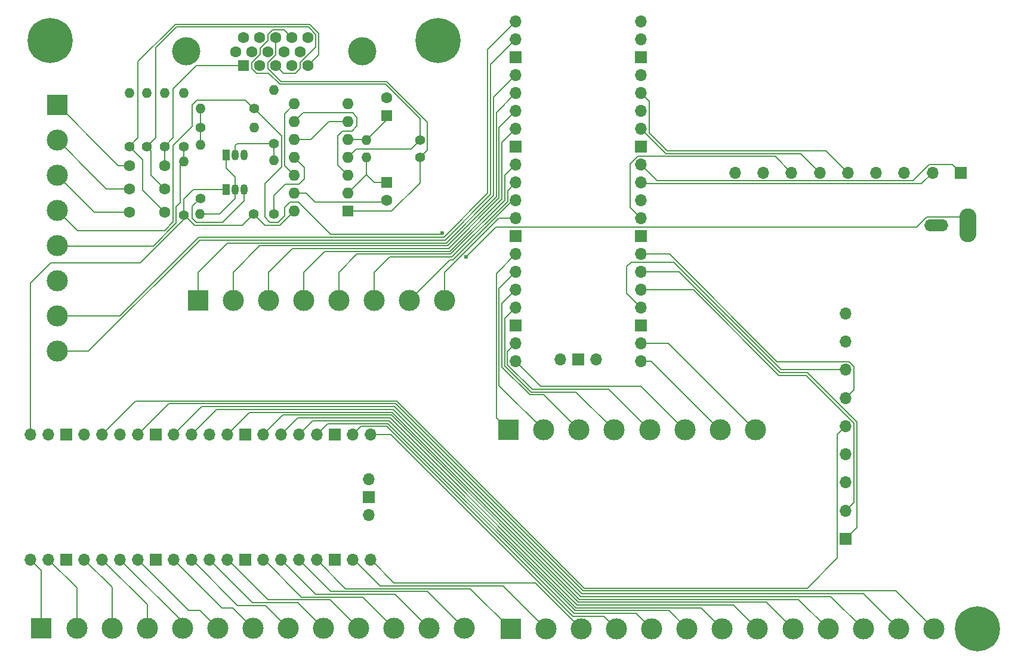
<source format=gbr>
%TF.GenerationSoftware,KiCad,Pcbnew,8.0.1*%
%TF.CreationDate,2024-06-23T19:42:57+10:00*%
%TF.ProjectId,arcade,61726361-6465-42e6-9b69-6361645f7063,rev?*%
%TF.SameCoordinates,Original*%
%TF.FileFunction,Copper,L2,Bot*%
%TF.FilePolarity,Positive*%
%FSLAX46Y46*%
G04 Gerber Fmt 4.6, Leading zero omitted, Abs format (unit mm)*
G04 Created by KiCad (PCBNEW 8.0.1) date 2024-06-23 19:42:57*
%MOMM*%
%LPD*%
G01*
G04 APERTURE LIST*
%TA.AperFunction,ComponentPad*%
%ADD10R,1.600000X1.600000*%
%TD*%
%TA.AperFunction,ComponentPad*%
%ADD11C,1.600000*%
%TD*%
%TA.AperFunction,ComponentPad*%
%ADD12C,1.400000*%
%TD*%
%TA.AperFunction,ComponentPad*%
%ADD13O,1.400000X1.400000*%
%TD*%
%TA.AperFunction,ComponentPad*%
%ADD14O,2.400000X4.800000*%
%TD*%
%TA.AperFunction,ComponentPad*%
%ADD15O,3.400000X1.700000*%
%TD*%
%TA.AperFunction,ComponentPad*%
%ADD16R,3.000000X3.000000*%
%TD*%
%TA.AperFunction,ComponentPad*%
%ADD17C,3.000000*%
%TD*%
%TA.AperFunction,ComponentPad*%
%ADD18R,1.700000X1.700000*%
%TD*%
%TA.AperFunction,ComponentPad*%
%ADD19O,1.700000X1.700000*%
%TD*%
%TA.AperFunction,ComponentPad*%
%ADD20R,1.050000X1.500000*%
%TD*%
%TA.AperFunction,ComponentPad*%
%ADD21O,1.050000X1.500000*%
%TD*%
%TA.AperFunction,ComponentPad*%
%ADD22C,6.400000*%
%TD*%
%TA.AperFunction,ComponentPad*%
%ADD23C,4.000000*%
%TD*%
%TA.AperFunction,ComponentPad*%
%ADD24O,1.600000X1.600000*%
%TD*%
%TA.AperFunction,ViaPad*%
%ADD25C,0.600000*%
%TD*%
%TA.AperFunction,Conductor*%
%ADD26C,0.200000*%
%TD*%
G04 APERTURE END LIST*
D10*
%TO.P,C2,1*%
%TO.N,Net-(C2-Pad1)*%
X127040001Y-60075000D03*
D11*
%TO.P,C2,2*%
%TO.N,GND*%
X127040001Y-57575000D03*
%TD*%
D12*
%TO.P,R3,1*%
%TO.N,Net-(R3-Pad1)*%
X111040001Y-74095000D03*
D13*
%TO.P,R3,2*%
%TO.N,Net-(Q1-B)*%
X111040001Y-66475000D03*
%TD*%
D11*
%TO.P,C3,1*%
%TO.N,/Video Processing/IN R*%
X95550000Y-67200000D03*
%TO.P,C3,2*%
%TO.N,/Video Processing/RIN2*%
X90550000Y-67200000D03*
%TD*%
D12*
%TO.P,R10,1*%
%TO.N,/Video Processing/IN G*%
X93050000Y-64500000D03*
D13*
%TO.P,R10,2*%
%TO.N,GND*%
X93050000Y-56880000D03*
%TD*%
D14*
%TO.P,J9,1,In*%
%TO.N,/Video Processing/AV1-1*%
X209520000Y-75681000D03*
D15*
%TO.P,J9,2,Ext*%
%TO.N,GND*%
X205020000Y-75681000D03*
%TD*%
D12*
%TO.P,R5,1*%
%TO.N,+5V*%
X108160001Y-74075000D03*
D13*
%TO.P,R5,2*%
%TO.N,Net-(Q1-C)*%
X100540001Y-74075000D03*
%TD*%
D12*
%TO.P,R4,1*%
%TO.N,Net-(Q1-B)*%
X111040001Y-64095000D03*
D13*
%TO.P,R4,2*%
%TO.N,GND*%
X111040001Y-56475000D03*
%TD*%
D16*
%TO.P,J6,1,Pin_1*%
%TO.N,/IO/GPIO34*%
X144350000Y-104750000D03*
D17*
%TO.P,J6,2,Pin_2*%
%TO.N,/IO/GPIO35*%
X149350000Y-104750000D03*
%TO.P,J6,3,Pin_3*%
%TO.N,/IO/GPIO36*%
X154350000Y-104750000D03*
%TO.P,J6,4,Pin_4*%
%TO.N,/IO/GPIO37*%
X159350000Y-104750000D03*
%TO.P,J6,5,Pin_5*%
%TO.N,/IO/GPIO38*%
X164350000Y-104750000D03*
%TO.P,J6,6,Pin_6*%
%TO.N,/IO/GPIO39*%
X169350000Y-104750000D03*
%TO.P,J6,7,Pin_7*%
%TO.N,/IO/GPIO40*%
X174350000Y-104750000D03*
%TO.P,J6,8,Pin_8*%
%TO.N,/IO/GPIO41*%
X179350000Y-104750000D03*
%TD*%
D18*
%TO.P,J7,1,Pin_1*%
%TO.N,/IO/PS_DAT_1*%
X192170000Y-120225000D03*
D19*
%TO.P,J7,2,Pin_2*%
%TO.N,/IO/PS_CMD_1*%
X192170000Y-116225000D03*
%TO.P,J7,3,Pin_3*%
%TO.N,unconnected-(J7-Pin_3-Pad3)*%
X192170000Y-112225000D03*
%TO.P,J7,4,Pin_4*%
%TO.N,GND*%
X192170000Y-108225000D03*
%TO.P,J7,5,Pin_5*%
%TO.N,+3.3VP*%
X192170000Y-104225000D03*
%TO.P,J7,6,Pin_6*%
%TO.N,/IO/~{PS_ATT_1}*%
X192170000Y-100225000D03*
%TO.P,J7,7,Pin_7*%
%TO.N,/IO/PS_CLK_1*%
X192170000Y-96225000D03*
%TO.P,J7,8,Pin_8*%
%TO.N,unconnected-(J7-Pin_8-Pad8)*%
X192170000Y-92225000D03*
%TO.P,J7,9,Pin_9*%
%TO.N,/IO/PS_ACK_1*%
X192170000Y-88225000D03*
%TD*%
D12*
%TO.P,R2,1*%
%TO.N,Net-(J1-Pin_14)*%
X131790001Y-63575000D03*
D13*
%TO.P,R2,2*%
%TO.N,Net-(C2-Pad1)*%
X124170001Y-63575000D03*
%TD*%
D16*
%TO.P,J4,1,Pin_1*%
%TO.N,/IO/GPIO13*%
X144670000Y-133025000D03*
D17*
%TO.P,J4,2,Pin_2*%
%TO.N,/IO/GPIO14*%
X149670000Y-133025000D03*
%TO.P,J4,3,Pin_3*%
%TO.N,/IO/GPIO15*%
X154670000Y-133025000D03*
%TO.P,J4,4,Pin_4*%
%TO.N,/IO/GPIO16*%
X159670000Y-133025000D03*
%TO.P,J4,5,Pin_5*%
%TO.N,/IO/GPIO17*%
X164670001Y-133025000D03*
%TO.P,J4,6,Pin_6*%
%TO.N,/IO/GPIO18*%
X169670001Y-133025000D03*
%TO.P,J4,7,Pin_7*%
%TO.N,/IO/GPIO19*%
X174669999Y-133025000D03*
%TO.P,J4,8,Pin_8*%
%TO.N,/IO/GPIO20*%
X179670000Y-133025000D03*
%TO.P,J4,9,Pin_9*%
%TO.N,/IO/GPIO21*%
X184670000Y-133025000D03*
%TO.P,J4,10,Pin_10*%
%TO.N,/IO/GPIO22*%
X189670000Y-133025000D03*
%TO.P,J4,11,Pin_11*%
%TO.N,/IO/GPIO23*%
X194670000Y-133025000D03*
%TO.P,J4,12,Pin_12*%
%TO.N,/IO/GPIO24*%
X199670000Y-133025000D03*
%TO.P,J4,13,Pin_13*%
%TO.N,/IO/GPIO25*%
X204670000Y-133025000D03*
%TD*%
D16*
%TO.P,J2,1,Pin_1*%
%TO.N,/Video Processing/RIN2*%
X80350000Y-58600000D03*
D17*
%TO.P,J2,2,Pin_2*%
%TO.N,/Video Processing/GIN2*%
X80350000Y-63600000D03*
%TO.P,J2,3,Pin_3*%
%TO.N,/Video Processing/BIN2*%
X80350000Y-68600000D03*
%TO.P,J2,4,Pin_4*%
%TO.N,/Video Processing/AV1-1*%
X80350000Y-73600000D03*
%TO.P,J2,5,Pin_5*%
%TO.N,/Video Processing/FBLIN2*%
X80350000Y-78600001D03*
%TO.P,J2,6,Pin_6*%
%TO.N,GND*%
X80350000Y-83600001D03*
%TO.P,J2,7,Pin_7*%
%TO.N,/IO/SDA*%
X80350000Y-88599999D03*
%TO.P,J2,8,Pin_8*%
%TO.N,/IO/SCL*%
X80350000Y-93600000D03*
%TD*%
D12*
%TO.P,R9,1*%
%TO.N,/Video Processing/IN R*%
X95550000Y-64500000D03*
D13*
%TO.P,R9,2*%
%TO.N,GND*%
X95550000Y-56880000D03*
%TD*%
D12*
%TO.P,R11,1*%
%TO.N,/Video Processing/IN B*%
X90550000Y-64500000D03*
D13*
%TO.P,R11,2*%
%TO.N,GND*%
X90550000Y-56880000D03*
%TD*%
D12*
%TO.P,R7,1*%
%TO.N,Net-(R6-Pad2)*%
X100600000Y-61845000D03*
D13*
%TO.P,R7,2*%
%TO.N,GND*%
X108220000Y-61845000D03*
%TD*%
D19*
%TO.P,U2,1,GPIO0*%
%TO.N,/IO/GPIO0*%
X76500000Y-123200000D03*
%TO.P,U2,2,GPIO1*%
%TO.N,/IO/GPIO1*%
X79040000Y-123200000D03*
D18*
%TO.P,U2,3,GND*%
%TO.N,GND*%
X81580000Y-123200000D03*
D19*
%TO.P,U2,4,GPIO2*%
%TO.N,/IO/GPIO2*%
X84120000Y-123200000D03*
%TO.P,U2,5,GPIO3*%
%TO.N,/IO/GPIO3*%
X86660000Y-123200000D03*
%TO.P,U2,6,GPIO4*%
%TO.N,/IO/GPIO4*%
X89200000Y-123200000D03*
%TO.P,U2,7,GPIO5*%
%TO.N,/IO/GPIO5*%
X91740000Y-123200000D03*
D18*
%TO.P,U2,8,GND*%
%TO.N,GND*%
X94280000Y-123200000D03*
D19*
%TO.P,U2,9,GPIO6*%
%TO.N,/IO/GPIO6*%
X96820000Y-123200000D03*
%TO.P,U2,10,GPIO7*%
%TO.N,/IO/GPIO7*%
X99360000Y-123200000D03*
%TO.P,U2,11,GPIO8*%
%TO.N,/IO/GPIO8*%
X101900000Y-123200000D03*
%TO.P,U2,12,GPIO9*%
%TO.N,/IO/GPIO9*%
X104440000Y-123200000D03*
D18*
%TO.P,U2,13,GND*%
%TO.N,GND*%
X106980000Y-123200000D03*
D19*
%TO.P,U2,14,GPIO10*%
%TO.N,/IO/GPIO10*%
X109520000Y-123200000D03*
%TO.P,U2,15,GPIO11*%
%TO.N,/IO/GPIO11*%
X112060000Y-123200000D03*
%TO.P,U2,16,GPIO12*%
%TO.N,/IO/GPIO12*%
X114600000Y-123200000D03*
%TO.P,U2,17,GPIO13*%
%TO.N,/IO/GPIO13*%
X117140000Y-123200000D03*
D18*
%TO.P,U2,18,GND*%
%TO.N,GND*%
X119680000Y-123200000D03*
D19*
%TO.P,U2,19,GPIO14*%
%TO.N,/IO/GPIO14*%
X122220000Y-123200000D03*
%TO.P,U2,20,GPIO15*%
%TO.N,/IO/GPIO15*%
X124760000Y-123200000D03*
%TO.P,U2,21,GPIO16*%
%TO.N,/IO/GPIO16*%
X124760000Y-105420000D03*
%TO.P,U2,22,GPIO17*%
%TO.N,/IO/GPIO17*%
X122220000Y-105420000D03*
D18*
%TO.P,U2,23,GND*%
%TO.N,GND*%
X119680000Y-105420000D03*
D19*
%TO.P,U2,24,GPIO18*%
%TO.N,/IO/GPIO18*%
X117140000Y-105420000D03*
%TO.P,U2,25,GPIO19*%
%TO.N,/IO/GPIO19*%
X114600000Y-105420000D03*
%TO.P,U2,26,GPIO20*%
%TO.N,/IO/GPIO20*%
X112060000Y-105420000D03*
%TO.P,U2,27,GPIO21*%
%TO.N,/IO/GPIO21*%
X109520000Y-105420000D03*
D18*
%TO.P,U2,28,GND*%
%TO.N,GND*%
X106980000Y-105420000D03*
D19*
%TO.P,U2,29,GPIO22*%
%TO.N,/IO/GPIO22*%
X104440000Y-105420000D03*
%TO.P,U2,30,RUN*%
%TO.N,unconnected-(U2-RUN-Pad30)*%
X101900000Y-105420000D03*
%TO.P,U2,31,GPIO26_ADC0*%
%TO.N,/IO/GPIO23*%
X99360000Y-105420000D03*
%TO.P,U2,32,GPIO27_ADC1*%
%TO.N,/IO/GPIO24*%
X96820000Y-105420000D03*
D18*
%TO.P,U2,33,AGND*%
%TO.N,GND*%
X94280000Y-105420000D03*
D19*
%TO.P,U2,34,GPIO28_ADC2*%
%TO.N,/IO/GPIO25*%
X91740000Y-105420000D03*
%TO.P,U2,35,ADC_VREF*%
%TO.N,unconnected-(U2-ADC_VREF-Pad35)*%
X89200000Y-105420000D03*
%TO.P,U2,36,3V3*%
%TO.N,+3.3VP*%
X86660000Y-105420000D03*
%TO.P,U2,37,3V3_EN*%
%TO.N,unconnected-(U2-3V3_EN-Pad37)*%
X84120000Y-105420000D03*
D18*
%TO.P,U2,38,GND*%
%TO.N,GND*%
X81580000Y-105420000D03*
D19*
%TO.P,U2,39,VSYS*%
%TO.N,unconnected-(U2-VSYS-Pad39)*%
X79040000Y-105420000D03*
%TO.P,U2,40,VBUS*%
%TO.N,+5V*%
X76500000Y-105420000D03*
%TO.P,U2,41,SWCLK*%
%TO.N,unconnected-(U2-SWCLK-Pad41)*%
X124530000Y-116850000D03*
D18*
%TO.P,U2,42,GND*%
%TO.N,GND*%
X124530000Y-114310000D03*
D19*
%TO.P,U2,43,SWDIO*%
%TO.N,unconnected-(U2-SWDIO-Pad43)*%
X124530000Y-111770000D03*
%TD*%
D11*
%TO.P,C5,1*%
%TO.N,/Video Processing/IN G*%
X95550000Y-70500000D03*
%TO.P,C5,2*%
%TO.N,/Video Processing/GIN2*%
X90550000Y-70500000D03*
%TD*%
D20*
%TO.P,Q2,1,C*%
%TO.N,+5V*%
X104310000Y-70600000D03*
D21*
%TO.P,Q2,2,B*%
%TO.N,Net-(Q1-C)*%
X105580000Y-70600000D03*
%TO.P,Q2,3,E*%
%TO.N,Net-(Q2-E)*%
X106850000Y-70600000D03*
%TD*%
D22*
%TO.P,H2,1,1*%
%TO.N,GND*%
X210870000Y-132975000D03*
%TD*%
D12*
%TO.P,R1,1*%
%TO.N,Net-(J1-Pin_13)*%
X131790001Y-66075000D03*
D13*
%TO.P,R1,2*%
%TO.N,Net-(C1-Pad1)*%
X124170001Y-66075000D03*
%TD*%
D12*
%TO.P,R6,1*%
%TO.N,Net-(Q2-E)*%
X100600000Y-71845000D03*
D13*
%TO.P,R6,2*%
%TO.N,Net-(R6-Pad2)*%
X100600000Y-64225000D03*
%TD*%
D22*
%TO.P,H1,1,1*%
%TO.N,GND*%
X79270000Y-49475000D03*
%TD*%
D12*
%TO.P,R13,1*%
%TO.N,/Video Processing/FBLIN2*%
X98250000Y-64500000D03*
D13*
%TO.P,R13,2*%
%TO.N,GND*%
X98250000Y-56880000D03*
%TD*%
D18*
%TO.P,J8,1,Pin_1*%
%TO.N,/IO/PS_DAT_2*%
X208495000Y-68207500D03*
D19*
%TO.P,J8,2,Pin_2*%
%TO.N,/IO/PS_CMD_2*%
X204495000Y-68207500D03*
%TO.P,J8,3,Pin_3*%
%TO.N,unconnected-(J8-Pin_3-Pad3)*%
X200495000Y-68207500D03*
%TO.P,J8,4,Pin_4*%
%TO.N,GND*%
X196495000Y-68207500D03*
%TO.P,J8,5,Pin_5*%
%TO.N,+3.3V*%
X192495000Y-68207500D03*
%TO.P,J8,6,Pin_6*%
%TO.N,/IO/~{PS_ATT_2}*%
X188495000Y-68207500D03*
%TO.P,J8,7,Pin_7*%
%TO.N,/IO/PS_CLK_2*%
X184495000Y-68207500D03*
%TO.P,J8,8,Pin_8*%
%TO.N,unconnected-(J8-Pin_8-Pad8)*%
X180495000Y-68207500D03*
%TO.P,J8,9,Pin_9*%
%TO.N,/IO/PS_ACK_2*%
X176495000Y-68207500D03*
%TD*%
D23*
%TO.P,J1,0*%
%TO.N,N/C*%
X123565000Y-50950001D03*
X98565000Y-50950000D03*
D10*
%TO.P,J1,1,Pin_1*%
%TO.N,/Video Processing/IN R*%
X106750000Y-53000000D03*
D11*
%TO.P,J1,2,Pin_2*%
%TO.N,unconnected-(J1-Pin_2-Pad2)*%
X109040001Y-53000000D03*
%TO.P,J1,3,Pin_3*%
%TO.N,/Video Processing/IN G*%
X111330000Y-53000000D03*
%TO.P,J1,4,Pin_4*%
%TO.N,unconnected-(J1-Pin_4-Pad4)*%
X113620001Y-53000000D03*
%TO.P,J1,5,Pin_5*%
%TO.N,/Video Processing/IN B*%
X115910000Y-53000000D03*
%TO.P,J1,6,Pin_6*%
%TO.N,unconnected-(J1-Pin_6-Pad6)*%
X105605000Y-51020000D03*
%TO.P,J1,7,Pin_7*%
%TO.N,unconnected-(J1-Pin_7-Pad7)*%
X107895000Y-51020000D03*
%TO.P,J1,8,Pin_8*%
%TO.N,unconnected-(J1-Pin_8-Pad8)*%
X110185000Y-51020000D03*
%TO.P,J1,9,Pin_9*%
%TO.N,unconnected-(J1-Pin_9-Pad9)*%
X112475000Y-51020000D03*
%TO.P,J1,10,Pin_10*%
%TO.N,GND*%
X114765000Y-51020000D03*
%TO.P,J1,11,Pin_11*%
%TO.N,unconnected-(J1-Pin_11-Pad11)*%
X106750000Y-49040000D03*
%TO.P,J1,12,Pin_12*%
%TO.N,unconnected-(J1-Pin_12-Pad12)*%
X109040000Y-49040000D03*
%TO.P,J1,13,Pin_13*%
%TO.N,Net-(J1-Pin_13)*%
X111330000Y-49040000D03*
%TO.P,J1,14,Pin_14*%
%TO.N,Net-(J1-Pin_14)*%
X113620000Y-49040000D03*
%TO.P,J1,15,Pin_15*%
%TO.N,unconnected-(J1-Pin_15-Pad15)*%
X115910000Y-49040000D03*
%TD*%
D19*
%TO.P,U3,1,GPIO0*%
%TO.N,/IO/SDA*%
X145350000Y-46750000D03*
%TO.P,U3,2,GPIO1*%
%TO.N,/IO/SCL*%
X145350000Y-49290000D03*
D18*
%TO.P,U3,3,GND*%
%TO.N,GND*%
X145350000Y-51830000D03*
D19*
%TO.P,U3,4,GPIO2*%
%TO.N,/IO/GPIO26*%
X145350000Y-54370000D03*
%TO.P,U3,5,GPIO3*%
%TO.N,/IO/GPIO27*%
X145350000Y-56910000D03*
%TO.P,U3,6,GPIO4*%
%TO.N,/IO/GPIO28*%
X145350000Y-59450000D03*
%TO.P,U3,7,GPIO5*%
%TO.N,/IO/GPIO29*%
X145350000Y-61990000D03*
D18*
%TO.P,U3,8,GND*%
%TO.N,GND*%
X145350000Y-64530000D03*
D19*
%TO.P,U3,9,GPIO6*%
%TO.N,/IO/GPIO30*%
X145350000Y-67070000D03*
%TO.P,U3,10,GPIO7*%
%TO.N,/IO/GPIO31*%
X145350000Y-69610000D03*
%TO.P,U3,11,GPIO8*%
%TO.N,/IO/GPIO32*%
X145350000Y-72150000D03*
%TO.P,U3,12,GPIO9*%
%TO.N,/IO/GPIO33*%
X145350000Y-74690000D03*
D18*
%TO.P,U3,13,GND*%
%TO.N,GND*%
X145350000Y-77230000D03*
D19*
%TO.P,U3,14,GPIO10*%
%TO.N,/IO/GPIO34*%
X145350000Y-79770000D03*
%TO.P,U3,15,GPIO11*%
%TO.N,/IO/GPIO35*%
X145350000Y-82310000D03*
%TO.P,U3,16,GPIO12*%
%TO.N,/IO/GPIO36*%
X145350000Y-84850000D03*
%TO.P,U3,17,GPIO13*%
%TO.N,/IO/GPIO37*%
X145350000Y-87390000D03*
D18*
%TO.P,U3,18,GND*%
%TO.N,GND*%
X145350000Y-89930000D03*
D19*
%TO.P,U3,19,GPIO14*%
%TO.N,/IO/GPIO38*%
X145350000Y-92470000D03*
%TO.P,U3,20,GPIO15*%
%TO.N,/IO/GPIO39*%
X145350000Y-95010000D03*
%TO.P,U3,21,GPIO16*%
%TO.N,/IO/GPIO40*%
X163130000Y-95010000D03*
%TO.P,U3,22,GPIO17*%
%TO.N,/IO/GPIO41*%
X163130000Y-92470000D03*
D18*
%TO.P,U3,23,GND*%
%TO.N,GND*%
X163130000Y-89930000D03*
D19*
%TO.P,U3,24,GPIO18*%
%TO.N,/IO/PS_CLK_1*%
X163130000Y-87390000D03*
%TO.P,U3,25,GPIO19*%
%TO.N,/IO/PS_CMD_1*%
X163130000Y-84850000D03*
%TO.P,U3,26,GPIO20*%
%TO.N,/IO/PS_DAT_1*%
X163130000Y-82310000D03*
%TO.P,U3,27,GPIO21*%
%TO.N,/IO/~{PS_ATT_1}*%
X163130000Y-79770000D03*
D18*
%TO.P,U3,28,GND*%
%TO.N,GND*%
X163130000Y-77230000D03*
D19*
%TO.P,U3,29,GPIO22*%
%TO.N,/IO/PS_CLK_2*%
X163130000Y-74690000D03*
%TO.P,U3,30,RUN*%
%TO.N,unconnected-(U3-RUN-Pad30)*%
X163130000Y-72150000D03*
%TO.P,U3,31,GPIO26_ADC0*%
%TO.N,/IO/PS_CMD_2*%
X163130000Y-69610000D03*
%TO.P,U3,32,GPIO27_ADC1*%
%TO.N,/IO/PS_DAT_2*%
X163130000Y-67070000D03*
D18*
%TO.P,U3,33,AGND*%
%TO.N,unconnected-(U3-AGND-Pad33)*%
X163130000Y-64530000D03*
D19*
%TO.P,U3,34,GPIO28_ADC2*%
%TO.N,/IO/~{PS_ATT_2}*%
X163130000Y-61990000D03*
%TO.P,U3,35,ADC_VREF*%
%TO.N,unconnected-(U3-ADC_VREF-Pad35)*%
X163130000Y-59450000D03*
%TO.P,U3,36,3V3*%
%TO.N,+3.3V*%
X163130000Y-56910000D03*
%TO.P,U3,37,3V3_EN*%
%TO.N,unconnected-(U3-3V3_EN-Pad37)*%
X163130000Y-54370000D03*
D18*
%TO.P,U3,38,GND*%
%TO.N,GND*%
X163130000Y-51830000D03*
D19*
%TO.P,U3,39,VSYS*%
%TO.N,unconnected-(U3-VSYS-Pad39)*%
X163130000Y-49290000D03*
%TO.P,U3,40,VBUS*%
%TO.N,+5V*%
X163130000Y-46750000D03*
%TO.P,U3,41,SWCLK*%
%TO.N,unconnected-(U3-SWCLK-Pad41)*%
X151700000Y-94780000D03*
D18*
%TO.P,U3,42,GND*%
%TO.N,GND*%
X154240000Y-94780000D03*
D19*
%TO.P,U3,43,SWDIO*%
%TO.N,unconnected-(U3-SWDIO-Pad43)*%
X156780000Y-94780000D03*
%TD*%
D20*
%TO.P,Q1,1,C*%
%TO.N,Net-(Q1-C)*%
X104310000Y-65745000D03*
D21*
%TO.P,Q1,2,B*%
%TO.N,Net-(Q1-B)*%
X105580001Y-65745000D03*
%TO.P,Q1,3,E*%
%TO.N,GND*%
X106850000Y-65745000D03*
%TD*%
D12*
%TO.P,R8,1*%
%TO.N,/Video Processing/AV1-1*%
X108220000Y-59095000D03*
D13*
%TO.P,R8,2*%
%TO.N,Net-(R6-Pad2)*%
X100600000Y-59095000D03*
%TD*%
D16*
%TO.P,J3,1,Pin_1*%
%TO.N,/IO/GPIO0*%
X78069999Y-132925000D03*
D17*
%TO.P,J3,2,Pin_2*%
%TO.N,/IO/GPIO1*%
X83069999Y-132925000D03*
%TO.P,J3,3,Pin_3*%
%TO.N,/IO/GPIO2*%
X88069999Y-132925000D03*
%TO.P,J3,4,Pin_4*%
%TO.N,/IO/GPIO3*%
X93069999Y-132925000D03*
%TO.P,J3,5,Pin_5*%
%TO.N,/IO/GPIO4*%
X98070000Y-132925000D03*
%TO.P,J3,6,Pin_6*%
%TO.N,/IO/GPIO5*%
X103070000Y-132925000D03*
%TO.P,J3,7,Pin_7*%
%TO.N,/IO/GPIO6*%
X108069998Y-132925000D03*
%TO.P,J3,8,Pin_8*%
%TO.N,/IO/GPIO7*%
X113069999Y-132925000D03*
%TO.P,J3,9,Pin_9*%
%TO.N,/IO/GPIO8*%
X118069999Y-132925000D03*
%TO.P,J3,10,Pin_10*%
%TO.N,/IO/GPIO9*%
X123069999Y-132925000D03*
%TO.P,J3,11,Pin_11*%
%TO.N,/IO/GPIO10*%
X128069999Y-132925000D03*
%TO.P,J3,12,Pin_12*%
%TO.N,/IO/GPIO11*%
X133069999Y-132925000D03*
%TO.P,J3,13,Pin_13*%
%TO.N,/IO/GPIO12*%
X138069999Y-132925000D03*
%TD*%
D10*
%TO.P,U1,1*%
%TO.N,Net-(J1-Pin_13)*%
X121540001Y-73695000D03*
D24*
%TO.P,U1,2*%
%TO.N,Net-(C1-Pad1)*%
X121540001Y-71155000D03*
%TO.P,U1,3*%
%TO.N,Net-(U1-Pad3)*%
X121540001Y-68615001D03*
%TO.P,U1,4*%
%TO.N,Net-(J1-Pin_14)*%
X121540001Y-66075000D03*
%TO.P,U1,5*%
%TO.N,Net-(C2-Pad1)*%
X121540001Y-63535000D03*
%TO.P,U1,6*%
%TO.N,Net-(U1-Pad10)*%
X121540001Y-60995000D03*
%TO.P,U1,7,GND*%
%TO.N,GND*%
X121540001Y-58455000D03*
%TO.P,U1,8*%
%TO.N,Net-(U1-Pad12)*%
X113920001Y-58455000D03*
%TO.P,U1,9*%
%TO.N,Net-(U1-Pad3)*%
X113920001Y-60995000D03*
%TO.P,U1,10*%
%TO.N,Net-(U1-Pad10)*%
X113920001Y-63535000D03*
%TO.P,U1,11*%
%TO.N,Net-(R3-Pad1)*%
X113920001Y-66075000D03*
%TO.P,U1,12*%
%TO.N,Net-(U1-Pad12)*%
X113920001Y-68615000D03*
%TO.P,U1,13*%
%TO.N,GND*%
X113920001Y-71155000D03*
%TO.P,U1,14,VCC*%
%TO.N,+5V*%
X113920001Y-73695000D03*
%TD*%
D11*
%TO.P,C7,1*%
%TO.N,/Video Processing/IN B*%
X95550000Y-73800000D03*
%TO.P,C7,2*%
%TO.N,/Video Processing/BIN2*%
X90550000Y-73800000D03*
%TD*%
D10*
%TO.P,C1,1*%
%TO.N,Net-(C1-Pad1)*%
X127040001Y-69619887D03*
D11*
%TO.P,C1,2*%
%TO.N,GND*%
X127040001Y-72119887D03*
%TD*%
D12*
%TO.P,R12,1*%
%TO.N,+5V*%
X98250000Y-74270000D03*
D13*
%TO.P,R12,2*%
%TO.N,/Video Processing/FBLIN2*%
X98250000Y-66650000D03*
%TD*%
D16*
%TO.P,J5,1,Pin_1*%
%TO.N,/IO/GPIO26*%
X100300000Y-86350000D03*
D17*
%TO.P,J5,2,Pin_2*%
%TO.N,/IO/GPIO27*%
X105300000Y-86350000D03*
%TO.P,J5,3,Pin_3*%
%TO.N,/IO/GPIO28*%
X110300000Y-86350000D03*
%TO.P,J5,4,Pin_4*%
%TO.N,/IO/GPIO29*%
X115300000Y-86350000D03*
%TO.P,J5,5,Pin_5*%
%TO.N,/IO/GPIO30*%
X120300000Y-86350000D03*
%TO.P,J5,6,Pin_6*%
%TO.N,/IO/GPIO31*%
X125300000Y-86350000D03*
%TO.P,J5,7,Pin_7*%
%TO.N,/IO/GPIO32*%
X130300000Y-86350000D03*
%TO.P,J5,8,Pin_8*%
%TO.N,/IO/GPIO33*%
X135300000Y-86350000D03*
%TD*%
D22*
%TO.P,H2,1,1*%
%TO.N,GND*%
X134300000Y-49475000D03*
%TD*%
D25*
%TO.N,/Video Processing/AV1-1*%
X134955148Y-76755148D03*
X138349265Y-80149265D03*
%TD*%
D26*
%TO.N,+3.3VP*%
X191000000Y-122975000D02*
X191000000Y-110900000D01*
X191000000Y-110900000D02*
X191000000Y-105395000D01*
X191000000Y-105395000D02*
X192170000Y-104225000D01*
%TO.N,/IO/PS_CMD_1*%
X193350000Y-115045000D02*
X192170000Y-116225000D01*
X186609314Y-97025000D02*
X193350000Y-103765686D01*
X182709315Y-97025000D02*
X186609314Y-97025000D01*
X163130000Y-84850000D02*
X170534314Y-84850000D01*
X170534314Y-84850000D02*
X182709315Y-97025000D01*
X193350000Y-103765686D02*
X193350000Y-115045000D01*
%TO.N,/IO/PS_DAT_1*%
X193750000Y-118645000D02*
X192170000Y-120225000D01*
X193750000Y-103600000D02*
X193750000Y-118645000D01*
X168560000Y-82310000D02*
X182875000Y-96625000D01*
X182875000Y-96625000D02*
X186775000Y-96625000D01*
X186775000Y-96625000D02*
X193750000Y-103600000D01*
X163130000Y-82310000D02*
X168560000Y-82310000D01*
%TO.N,+3.3V*%
X192495000Y-68207500D02*
X189387500Y-65100000D01*
X189387500Y-65100000D02*
X184050000Y-65100000D01*
X184050000Y-65100000D02*
X166805686Y-65100000D01*
%TO.N,GND*%
X116890000Y-72424999D02*
X126734889Y-72424998D01*
X115620001Y-71155000D02*
X116890000Y-72424999D01*
X126734889Y-72424998D02*
X127040001Y-72119887D01*
X113920000Y-71155000D02*
X115620001Y-71155000D01*
%TO.N,Net-(C1-Pad1)*%
X125264888Y-69619887D02*
X124170001Y-68525000D01*
X124170001Y-68525000D02*
X121540001Y-71155000D01*
X127040001Y-69619887D02*
X125264888Y-69619887D01*
X124170000Y-66075000D02*
X124170001Y-68525000D01*
%TO.N,Net-(C2-Pad1)*%
X124170000Y-63575000D02*
X124130001Y-63535000D01*
X124130001Y-63535000D02*
X121540001Y-63535000D01*
X127040001Y-60075000D02*
X127040001Y-60705000D01*
X127040001Y-60705000D02*
X124170000Y-63575000D01*
%TO.N,Net-(J1-Pin_14)*%
X110230000Y-48584365D02*
X110874365Y-47940000D01*
X110230000Y-49419365D02*
X110230000Y-48584365D01*
X112520000Y-47940000D02*
X113620000Y-49040000D01*
X109085000Y-51399366D02*
X109085000Y-50564365D01*
X126907256Y-55654314D02*
X111862993Y-55654314D01*
X108584366Y-54100000D02*
X107940001Y-53455635D01*
X107940001Y-53455635D02*
X107940001Y-52544365D01*
X110874365Y-47940000D02*
X112520000Y-47940000D01*
X107940001Y-52544365D02*
X109085000Y-51399366D01*
X122770001Y-64845000D02*
X121540001Y-66075001D01*
X131790001Y-63575000D02*
X131790001Y-60537059D01*
X130520001Y-64845000D02*
X122770001Y-64845000D01*
X131790001Y-60537059D02*
X126907256Y-55654314D01*
X109085000Y-50564365D02*
X110230000Y-49419365D01*
X111862993Y-55654314D02*
X110308679Y-54100000D01*
X131790001Y-63575000D02*
X130520001Y-64845000D01*
X110308679Y-54100000D02*
X108584366Y-54100000D01*
%TO.N,Net-(J1-Pin_13)*%
X132850000Y-61031372D02*
X127072941Y-55254314D01*
X132850000Y-65015001D02*
X132850000Y-61031372D01*
X111330000Y-51444365D02*
X111330000Y-49040000D01*
X110230000Y-52544365D02*
X111330000Y-51444365D01*
X110230000Y-53455635D02*
X110230000Y-52544365D01*
X131790001Y-69659999D02*
X127755000Y-73695000D01*
X131790001Y-66075000D02*
X131790001Y-69659999D01*
X112028679Y-55254314D02*
X110230000Y-53455635D01*
X127755000Y-73695000D02*
X121540001Y-73695000D01*
X131790001Y-66075000D02*
X132850000Y-65015001D01*
X127072941Y-55254314D02*
X112028679Y-55254314D01*
%TO.N,Net-(Q1-C)*%
X100540001Y-74075000D02*
X103375000Y-74075000D01*
X105580000Y-71870000D02*
X105580000Y-70600000D01*
X105580000Y-68830000D02*
X104310000Y-67560000D01*
X104310000Y-67560000D02*
X104310000Y-65745000D01*
X105580000Y-70600000D02*
X105580000Y-68830000D01*
X103375000Y-74075000D02*
X105580000Y-71870000D01*
%TO.N,Net-(Q1-B)*%
X111040001Y-64095000D02*
X111040001Y-66475000D01*
X105580001Y-65745000D02*
X105580001Y-64369999D01*
X105580001Y-64369999D02*
X105855000Y-64095000D01*
X105855000Y-64095000D02*
X111040001Y-64095000D01*
%TO.N,Net-(Q2-E)*%
X106850000Y-72200000D02*
X103750000Y-75300000D01*
X106850000Y-70600000D02*
X106850000Y-72200000D01*
X99450000Y-72995000D02*
X100600000Y-71845000D01*
X103750000Y-75300000D02*
X100050000Y-75300000D01*
X100050000Y-75300000D02*
X99450000Y-74700000D01*
X99450000Y-74700000D02*
X99450000Y-72995000D01*
%TO.N,Net-(R3-Pad1)*%
X114600000Y-69845000D02*
X115350000Y-69095000D01*
X115350000Y-69095000D02*
X115350000Y-67504999D01*
X111040001Y-71485000D02*
X112680001Y-69845000D01*
X115350000Y-67504999D02*
X113920001Y-66075000D01*
X111040001Y-74095000D02*
X111040001Y-71485000D01*
X112680001Y-69845000D02*
X114600000Y-69845000D01*
%TO.N,Net-(R6-Pad2)*%
X100600000Y-64225000D02*
X100600000Y-59095000D01*
%TO.N,Net-(U1-Pad10)*%
X121540001Y-60995000D02*
X118855000Y-60995000D01*
X116315000Y-63535000D02*
X113920001Y-63535000D01*
X118855000Y-60995000D02*
X116315000Y-63535000D01*
%TO.N,Net-(U1-Pad12)*%
X112550000Y-67244999D02*
X113920001Y-68615000D01*
X113920000Y-58455000D02*
X112550000Y-59825000D01*
X112550000Y-59825000D02*
X112550000Y-67244999D01*
%TO.N,Net-(U1-Pad3)*%
X120100000Y-63007183D02*
X120807183Y-62300000D01*
X122205000Y-59700000D02*
X115215000Y-59700000D01*
X122145000Y-62300000D02*
X122850000Y-61595000D01*
X122850000Y-60345000D02*
X122205000Y-59700000D01*
X120100001Y-67175000D02*
X120100000Y-63007183D01*
X120807183Y-62300000D02*
X122145000Y-62300000D01*
X122850000Y-61595000D02*
X122850000Y-60345000D01*
X121540002Y-68615001D02*
X120100001Y-67175000D01*
X115215000Y-59700000D02*
X113920000Y-60995000D01*
%TO.N,+3.3V*%
X166805686Y-65100000D02*
X164280000Y-62574314D01*
X164280000Y-62574314D02*
X164280000Y-58060000D01*
X164280000Y-58060000D02*
X163130000Y-56910000D01*
%TO.N,+3.3VP*%
X91440000Y-100650000D02*
X128517546Y-100650000D01*
X186750000Y-127225000D02*
X191000000Y-122975000D01*
X155092546Y-127225000D02*
X186750000Y-127225000D01*
X128517546Y-100650000D02*
X155092546Y-127225000D01*
X86680000Y-105410000D02*
X91440000Y-100650000D01*
%TO.N,/Video Processing/GIN2*%
X87245000Y-70500000D02*
X85672500Y-68927500D01*
X80370001Y-63625001D02*
X85672500Y-68927500D01*
X90550000Y-70500000D02*
X87245000Y-70500000D01*
%TO.N,/Video Processing/BIN2*%
X85570000Y-73825000D02*
X90550000Y-73825000D01*
X80370001Y-68625001D02*
X85570000Y-73825000D01*
%TO.N,/IO/SDA*%
X100384314Y-77400000D02*
X89184315Y-88599999D01*
X89184315Y-88599999D02*
X80350000Y-88599999D01*
X141400000Y-50700000D02*
X141400000Y-71158826D01*
X141400000Y-71158826D02*
X135158826Y-77400000D01*
X135158826Y-77400000D02*
X100384314Y-77400000D01*
X145350000Y-46750000D02*
X141400000Y-50700000D01*
%TO.N,/IO/SCL*%
X145350000Y-49290000D02*
X141800000Y-52840000D01*
X141800000Y-71324512D02*
X135324512Y-77800000D01*
X135324512Y-77800000D02*
X100550000Y-77800000D01*
X100550000Y-77800000D02*
X84750000Y-93600000D01*
X84750000Y-93600000D02*
X80350000Y-93600000D01*
X141800000Y-52840000D02*
X141800000Y-71324512D01*
%TO.N,/IO/GPIO9*%
X104460000Y-123190000D02*
X104573629Y-123303629D01*
X104580000Y-123303629D02*
X110176371Y-128900000D01*
X119044999Y-128900000D02*
X123069999Y-132925000D01*
X104573629Y-123303629D02*
X104580000Y-123303629D01*
X110176371Y-128900000D02*
X119044999Y-128900000D01*
%TO.N,/IO/GPIO8*%
X118069999Y-132925000D02*
X114444999Y-129300000D01*
X114444999Y-129300000D02*
X108030000Y-129300000D01*
X108030000Y-129300000D02*
X101920000Y-123190000D01*
%TO.N,/IO/GPIO7*%
X109844999Y-129700000D02*
X113069999Y-132925000D01*
X99490000Y-123300000D02*
X99500000Y-123300000D01*
X99380000Y-123190000D02*
X99490000Y-123300000D01*
X105900000Y-129700000D02*
X109844999Y-129700000D01*
X99500000Y-123300000D02*
X105900000Y-129700000D01*
%TO.N,/IO/GPIO0*%
X76520000Y-123190000D02*
X78069999Y-124739999D01*
X78069999Y-124739999D02*
X78069999Y-132925000D01*
%TO.N,/IO/GPIO4*%
X98070000Y-132040000D02*
X98070000Y-132925000D01*
X89220000Y-123190000D02*
X98070000Y-132040000D01*
%TO.N,/IO/GPIO10*%
X114950000Y-128500000D02*
X109660000Y-123210000D01*
X109560000Y-123210000D02*
X109540000Y-123190000D01*
X128069999Y-132925000D02*
X123644999Y-128500000D01*
X109660000Y-123210000D02*
X109560000Y-123210000D01*
X123644999Y-128500000D02*
X114950000Y-128500000D01*
%TO.N,/IO/GPIO1*%
X79060000Y-123190000D02*
X83069999Y-127199999D01*
X83069999Y-127199999D02*
X83069999Y-132925000D01*
%TO.N,/IO/GPIO3*%
X86680000Y-123190000D02*
X93069999Y-129579999D01*
X93069999Y-129579999D02*
X93069999Y-132925000D01*
%TO.N,/IO/GPIO6*%
X108069998Y-132925000D02*
X105194998Y-130050000D01*
X105194998Y-130050000D02*
X103700000Y-130050000D01*
X103700000Y-130050000D02*
X96840000Y-123190000D01*
%TO.N,/IO/GPIO2*%
X84140000Y-123190000D02*
X88069999Y-127119999D01*
X88069999Y-127119999D02*
X88069999Y-132925000D01*
%TO.N,/IO/GPIO12*%
X138069999Y-132925000D02*
X132844999Y-127700000D01*
X119130000Y-127700000D02*
X114620000Y-123190000D01*
X132844999Y-127700000D02*
X119130000Y-127700000D01*
%TO.N,/IO/GPIO5*%
X91740000Y-123200000D02*
X98940000Y-130400000D01*
X98940000Y-130400000D02*
X100545000Y-130400000D01*
X100545000Y-130400000D02*
X103070000Y-132925000D01*
%TO.N,/IO/GPIO11*%
X133069999Y-132925000D02*
X128244999Y-128100000D01*
X112200000Y-123350000D02*
X112200000Y-123310000D01*
X116950000Y-128100000D02*
X112200000Y-123350000D01*
X112200000Y-123310000D02*
X112080000Y-123190000D01*
X128244999Y-128100000D02*
X116950000Y-128100000D01*
%TO.N,/IO/GPIO17*%
X127036372Y-104260000D02*
X153601372Y-130825000D01*
X153601372Y-130825000D02*
X162470001Y-130825000D01*
X162470001Y-130825000D02*
X164670001Y-133025000D01*
X123390000Y-104260000D02*
X127036372Y-104260000D01*
X122240000Y-105410000D02*
X123390000Y-104260000D01*
%TO.N,/IO/GPIO26*%
X145350000Y-54370000D02*
X142200000Y-57520000D01*
X142200000Y-71490198D02*
X135490198Y-78200000D01*
X100300000Y-82350000D02*
X100300000Y-86350000D01*
X135490198Y-78200000D02*
X104450000Y-78200000D01*
X104450000Y-78200000D02*
X100300000Y-82350000D01*
X142200000Y-57520000D02*
X142200000Y-71490198D01*
%TO.N,/IO/GPIO13*%
X117160000Y-123190000D02*
X117280000Y-123310000D01*
X117280000Y-123330000D02*
X121250000Y-127300000D01*
X117280000Y-123310000D02*
X117280000Y-123330000D01*
X121250000Y-127300000D02*
X138945000Y-127300000D01*
X138945000Y-127300000D02*
X144670000Y-133025000D01*
%TO.N,/IO/GPIO14*%
X126100000Y-126900000D02*
X122360000Y-123160000D01*
X122360000Y-123160000D02*
X122270000Y-123160000D01*
X122270000Y-123160000D02*
X122240000Y-123190000D01*
X143545000Y-126900000D02*
X126100000Y-126900000D01*
X149670000Y-133025000D02*
X143545000Y-126900000D01*
%TO.N,/IO/GPIO18*%
X167070001Y-130425000D02*
X169670001Y-133025000D01*
X118710000Y-103860000D02*
X127202058Y-103860000D01*
X153767058Y-130425000D02*
X167070001Y-130425000D01*
X127202058Y-103860000D02*
X153767058Y-130425000D01*
X117160000Y-105410000D02*
X118710000Y-103860000D01*
%TO.N,/IO/GPIO20*%
X127523432Y-103050000D02*
X154098430Y-129625000D01*
X114440000Y-103050000D02*
X127523432Y-103050000D01*
X176270000Y-129625000D02*
X179670000Y-133025000D01*
X112080000Y-105410000D02*
X114440000Y-103050000D01*
X154098430Y-129625000D02*
X176270000Y-129625000D01*
%TO.N,/IO/GPIO22*%
X185470000Y-128825000D02*
X189670000Y-133025000D01*
X104460000Y-105410000D02*
X107620000Y-102250000D01*
X127854802Y-102250000D02*
X154429802Y-128825000D01*
X107620000Y-102250000D02*
X127854802Y-102250000D01*
X154429802Y-128825000D02*
X185470000Y-128825000D01*
%TO.N,/IO/GPIO27*%
X145350000Y-56910000D02*
X142600000Y-59660000D01*
X135655884Y-78600000D02*
X109050000Y-78600000D01*
X105300000Y-82350000D02*
X105300000Y-86350000D01*
X142600000Y-59660000D02*
X142600000Y-71655884D01*
X109050000Y-78600000D02*
X105300000Y-82350000D01*
X142600000Y-71655884D02*
X135655884Y-78600000D01*
%TO.N,/IO/GPIO15*%
X124890000Y-123300000D02*
X124900000Y-123300000D01*
X124780000Y-123190000D02*
X124890000Y-123300000D01*
X148145000Y-126500000D02*
X154670000Y-133025000D01*
X124900000Y-123300000D02*
X128100000Y-126500000D01*
X128100000Y-126500000D02*
X148145000Y-126500000D01*
%TO.N,/IO/GPIO28*%
X110300000Y-82350000D02*
X110300000Y-86350000D01*
X143000000Y-61800000D02*
X143000000Y-71821570D01*
X143000000Y-71821570D02*
X135821570Y-79000000D01*
X145350000Y-59450000D02*
X143000000Y-61800000D01*
X135821570Y-79000000D02*
X113650000Y-79000000D01*
X113650000Y-79000000D02*
X110300000Y-82350000D01*
%TO.N,/IO/GPIO21*%
X112300000Y-102650000D02*
X127689118Y-102650000D01*
X109540000Y-105410000D02*
X112300000Y-102650000D01*
X180870000Y-129225000D02*
X184670000Y-133025000D01*
X127689118Y-102650000D02*
X154264116Y-129225000D01*
X154264116Y-129225000D02*
X180870000Y-129225000D01*
%TO.N,/IO/GPIO19*%
X153932744Y-130025000D02*
X171669999Y-130025000D01*
X114620000Y-105410000D02*
X116570000Y-103460000D01*
X171669999Y-130025000D02*
X174669999Y-133025000D01*
X116570000Y-103460000D02*
X127367746Y-103460000D01*
X127367746Y-103460000D02*
X153932744Y-130025000D01*
%TO.N,/IO/GPIO16*%
X124780000Y-105410000D02*
X127620686Y-105410000D01*
X157870000Y-131225000D02*
X159670000Y-133025000D01*
X127620686Y-105410000D02*
X153435686Y-131225000D01*
X153435686Y-131225000D02*
X157870000Y-131225000D01*
%TO.N,/IO/GPIO31*%
X145350000Y-69610000D02*
X144200000Y-70760000D01*
X144200000Y-70760000D02*
X144200000Y-72318628D01*
X127450000Y-80200000D02*
X125300000Y-82350000D01*
X136318628Y-80200000D02*
X127450000Y-80200000D01*
X125300000Y-82350000D02*
X125300000Y-86350000D01*
X144200000Y-72318628D02*
X136318628Y-80200000D01*
%TO.N,/IO/GPIO30*%
X120300000Y-82350000D02*
X120300000Y-86350000D01*
X143800000Y-68620000D02*
X143800000Y-72152942D01*
X143800000Y-72152942D02*
X136152942Y-79800000D01*
X145350000Y-67070000D02*
X143800000Y-68620000D01*
X122850000Y-79800000D02*
X120300000Y-82350000D01*
X136152942Y-79800000D02*
X122850000Y-79800000D01*
%TO.N,/IO/GPIO33*%
X145350000Y-74690000D02*
X142960000Y-74690000D01*
X142960000Y-74690000D02*
X135300000Y-82350000D01*
X135300000Y-82350000D02*
X135300000Y-86350000D01*
%TO.N,/IO/GPIO36*%
X143390000Y-95812718D02*
X147352284Y-99775000D01*
X147352284Y-99775000D02*
X149319999Y-99775000D01*
X145340000Y-84845000D02*
X143390000Y-86795000D01*
X149319999Y-99775000D02*
X154319999Y-104775000D01*
X143390000Y-86795000D02*
X143390000Y-95812718D01*
%TO.N,/IO/GPIO34*%
X144319999Y-104775000D02*
X142590000Y-103045001D01*
X142590000Y-82515000D02*
X145340000Y-79765000D01*
X142590000Y-103045001D02*
X142590000Y-82515000D01*
%TO.N,/IO/GPIO29*%
X115300000Y-82350000D02*
X115300000Y-86350000D01*
X143400000Y-71987256D02*
X135987256Y-79400000D01*
X143400000Y-63940000D02*
X143400000Y-71987256D01*
X118250000Y-79400000D02*
X115300000Y-82350000D01*
X135987256Y-79400000D02*
X118250000Y-79400000D01*
X145350000Y-61990000D02*
X143400000Y-63940000D01*
%TO.N,/IO/GPIO32*%
X144934314Y-72150000D02*
X136484314Y-80600000D01*
X136484314Y-80600000D02*
X136050000Y-80600000D01*
X136050000Y-80600000D02*
X130300000Y-86350000D01*
X145350000Y-72150000D02*
X144934314Y-72150000D01*
%TO.N,/IO/GPIO35*%
X149319999Y-104775000D02*
X142990000Y-98445001D01*
X142990000Y-98445001D02*
X142990000Y-84655000D01*
X142990000Y-84655000D02*
X145340000Y-82305000D01*
%TO.N,/IO/GPIO41*%
X167009999Y-92465000D02*
X179319999Y-104775000D01*
X163120000Y-92465000D02*
X167009999Y-92465000D01*
%TO.N,/IO/GPIO38*%
X158520000Y-98975000D02*
X164320000Y-104775000D01*
X144190000Y-95481346D02*
X147683654Y-98975000D01*
X145340000Y-92465000D02*
X144190000Y-93615000D01*
X144190000Y-93615000D02*
X144190000Y-95481346D01*
X147683654Y-98975000D02*
X158520000Y-98975000D01*
%TO.N,/IO/GPIO37*%
X153920000Y-99375000D02*
X159320000Y-104775000D01*
X145340000Y-87385000D02*
X143790000Y-88935000D01*
X143790000Y-95647032D02*
X147517969Y-99375000D01*
X147517969Y-99375000D02*
X153920000Y-99375000D01*
X143790000Y-88935000D02*
X143790000Y-95647032D01*
%TO.N,/IO/GPIO40*%
X163120000Y-95005000D02*
X164549999Y-95005000D01*
X164549999Y-95005000D02*
X174319999Y-104775000D01*
%TO.N,/IO/GPIO39*%
X145340000Y-95005000D02*
X148910000Y-98575000D01*
X163119998Y-98575000D02*
X169319998Y-104775000D01*
X148910000Y-98575000D02*
X163119998Y-98575000D01*
%TO.N,/IO/PS_CLK_1*%
X183040686Y-96225000D02*
X167735686Y-80920000D01*
X167735686Y-80920000D02*
X161730000Y-80920000D01*
X161100000Y-81550000D02*
X161100000Y-85360000D01*
X161730000Y-80920000D02*
X161100000Y-81550000D01*
X192170000Y-96225000D02*
X183040686Y-96225000D01*
X161100000Y-85360000D02*
X163130000Y-87390000D01*
%TO.N,/IO/~{PS_ATT_1}*%
X167151372Y-79770000D02*
X182456372Y-95075000D01*
X193350000Y-95778654D02*
X193350000Y-99045000D01*
X163130000Y-79770000D02*
X167151372Y-79770000D01*
X192646346Y-95075000D02*
X193350000Y-95778654D01*
X182456372Y-95075000D02*
X192646346Y-95075000D01*
X193350000Y-99045000D02*
X192170000Y-100225000D01*
%TO.N,/IO/PS_CLK_2*%
X161580000Y-66993654D02*
X162673654Y-65900000D01*
X162673654Y-65900000D02*
X182187500Y-65900000D01*
X161580000Y-73140000D02*
X161580000Y-66993654D01*
X182187500Y-65900000D02*
X184495000Y-68207500D01*
X163130000Y-74690000D02*
X161580000Y-73140000D01*
%TO.N,/IO/~{PS_ATT_2}*%
X163130000Y-61990000D02*
X166640000Y-65500000D01*
X166640000Y-65500000D02*
X185787500Y-65500000D01*
X185787500Y-65500000D02*
X188495000Y-68207500D01*
%TO.N,/IO/PS_CMD_2*%
X204495000Y-68207500D02*
X202945000Y-69757500D01*
X202945000Y-69757500D02*
X163277500Y-69757500D01*
X163277500Y-69757500D02*
X163130000Y-69610000D01*
%TO.N,/IO/PS_DAT_2*%
X207337500Y-67050000D02*
X208495000Y-68207500D01*
X165417500Y-69357500D02*
X201718654Y-69357500D01*
X204026154Y-67050000D02*
X207337500Y-67050000D01*
X201718654Y-69357500D02*
X204026154Y-67050000D01*
X163130000Y-67070000D02*
X165417500Y-69357500D01*
%TO.N,/Video Processing/FBLIN2*%
X97150000Y-73065686D02*
X97750000Y-72465686D01*
X97750000Y-72465686D02*
X97750000Y-67080000D01*
X80370001Y-78625002D02*
X93909312Y-78625002D01*
X93909312Y-78625002D02*
X97150000Y-75384314D01*
X98250000Y-66580000D02*
X98250000Y-64500000D01*
X97150000Y-75384314D02*
X97150000Y-73065686D01*
X97750000Y-67080000D02*
X98250000Y-66580000D01*
%TO.N,/Video Processing/RIN2*%
X88945000Y-67200000D02*
X87447500Y-65702500D01*
X90550000Y-67200000D02*
X88945000Y-67200000D01*
X80370001Y-58625001D02*
X87447500Y-65702500D01*
%TO.N,/Video Processing/IN R*%
X98847500Y-54202499D02*
X96750000Y-56300000D01*
X106750000Y-53000000D02*
X100050000Y-53000000D01*
X100050000Y-53000000D02*
X98847500Y-54202499D01*
X96770001Y-61650000D02*
X96770001Y-63279999D01*
X96770001Y-56279998D02*
X96770001Y-61650000D01*
X96770001Y-63279999D02*
X95550000Y-64500000D01*
X98847500Y-54202499D02*
X96770001Y-56279998D01*
X95550000Y-64500000D02*
X95550000Y-67200000D01*
%TO.N,/Video Processing/IN G*%
X114810000Y-53385001D02*
X114810000Y-52544365D01*
X117010000Y-48584365D02*
X115950635Y-47525000D01*
X112430000Y-54100000D02*
X114095001Y-54100000D01*
X93650000Y-68600000D02*
X93650000Y-65100000D01*
X111330000Y-53000000D02*
X112430000Y-54100000D01*
X93650000Y-65100000D02*
X93050000Y-64500000D01*
X95550000Y-70500000D02*
X93650000Y-68600000D01*
X117010000Y-50344365D02*
X117010000Y-48584365D01*
X94270001Y-63279999D02*
X93050000Y-64500000D01*
X94270001Y-50490686D02*
X94270001Y-61900000D01*
X114810000Y-52544365D02*
X117010000Y-50344365D01*
X115950635Y-47525000D02*
X97235687Y-47525000D01*
X97235687Y-47525000D02*
X94270001Y-50490686D01*
X114095001Y-54100000D02*
X114810000Y-53385001D01*
X94270001Y-61900000D02*
X94270001Y-63279999D01*
%TO.N,/Video Processing/IN B*%
X91770001Y-63279999D02*
X90550000Y-64500000D01*
X117410000Y-48418679D02*
X116116320Y-47125000D01*
X92450000Y-66400000D02*
X92450000Y-70700000D01*
X91770001Y-52425000D02*
X91770001Y-60850000D01*
X90550000Y-64500000D02*
X92450000Y-66400000D01*
X116116320Y-47125000D02*
X97070002Y-47125000D01*
X117410000Y-51500000D02*
X117410000Y-48418679D01*
X91770001Y-60850000D02*
X91770001Y-63279999D01*
X97070002Y-47125000D02*
X91770001Y-52425000D01*
X115910000Y-53000000D02*
X117410000Y-51500000D01*
X92450000Y-70700000D02*
X95550000Y-73800000D01*
%TO.N,/IO/GPIO23*%
X99380000Y-105410000D02*
X102940000Y-101850000D01*
X128020488Y-101850000D02*
X154595488Y-128425000D01*
X102940000Y-101850000D02*
X128020488Y-101850000D01*
X190070000Y-128425000D02*
X194670000Y-133025000D01*
X154595488Y-128425000D02*
X190070000Y-128425000D01*
%TO.N,/IO/GPIO24*%
X154761174Y-128025000D02*
X194670000Y-128025000D01*
X96840000Y-105410000D02*
X100800000Y-101450000D01*
X128186174Y-101450000D02*
X154761174Y-128025000D01*
X100800000Y-101450000D02*
X128186174Y-101450000D01*
X194670000Y-128025000D02*
X199670000Y-133025000D01*
%TO.N,/IO/GPIO25*%
X199270000Y-127625000D02*
X204670000Y-133025000D01*
X96120000Y-101050000D02*
X128351860Y-101050000D01*
X154926860Y-127625000D02*
X199270000Y-127625000D01*
X128351860Y-101050000D02*
X154926860Y-127625000D01*
X91760000Y-105410000D02*
X96120000Y-101050000D01*
%TO.N,+5V*%
X108160001Y-74075000D02*
X109785000Y-75700000D01*
X98250000Y-74200000D02*
X99750000Y-75700000D01*
X79350000Y-81050000D02*
X76500000Y-83900000D01*
X98250000Y-74850000D02*
X92050000Y-81050000D01*
X98250000Y-72000000D02*
X99650000Y-70600000D01*
X109785000Y-75700000D02*
X111915000Y-75700000D01*
X98250000Y-74270000D02*
X98250000Y-74850000D01*
X99750000Y-75700000D02*
X106535001Y-75700000D01*
X106535001Y-75700000D02*
X108160001Y-74075000D01*
X111915000Y-75700000D02*
X113920001Y-73695000D01*
X76500000Y-83900000D02*
X76500000Y-105420000D01*
X92050000Y-81050000D02*
X79350000Y-81050000D01*
X98250000Y-74200000D02*
X98250000Y-72000000D01*
X99650000Y-70600000D02*
X104310000Y-70600000D01*
%TO.N,/Video Processing/AV1-1*%
X202274654Y-75950000D02*
X203693654Y-74531000D01*
X99450000Y-58600000D02*
X100150000Y-57900000D01*
X109800000Y-74550000D02*
X110500000Y-75250000D01*
X109800000Y-69760685D02*
X109800000Y-74550000D01*
X107025000Y-57900000D02*
X107937157Y-58812157D01*
X80350000Y-73600000D02*
X83200000Y-76450000D01*
X96750000Y-64350000D02*
X99450000Y-61650000D01*
X134710296Y-77000000D02*
X134955148Y-76755148D01*
X99450000Y-61650000D02*
X99450000Y-58600000D01*
X112150000Y-63025000D02*
X112150000Y-67410685D01*
X110500000Y-75250000D02*
X111650000Y-75250000D01*
X100150000Y-57900000D02*
X107025000Y-57900000D01*
X119120636Y-77000000D02*
X134710296Y-77000000D01*
X95518628Y-76450000D02*
X96750000Y-75218628D01*
X108220000Y-59095000D02*
X112150000Y-63025000D01*
X112550000Y-74350000D02*
X112550000Y-73169366D01*
X112550000Y-73169366D02*
X113319366Y-72400000D01*
X203693654Y-74531000D02*
X208370000Y-74531000D01*
X142548530Y-75950000D02*
X202274654Y-75950000D01*
X138349265Y-80149265D02*
X142548530Y-75950000D01*
X96750000Y-75218628D02*
X96750000Y-64350000D01*
X208370000Y-74531000D02*
X209520000Y-75681000D01*
X113319366Y-72400000D02*
X114520636Y-72400000D01*
X83200000Y-76450000D02*
X95518628Y-76450000D01*
X112150000Y-67410685D02*
X109800000Y-69760685D01*
X114520636Y-72400000D02*
X119120636Y-77000000D01*
X111650000Y-75250000D02*
X112550000Y-74350000D01*
%TD*%
M02*

</source>
